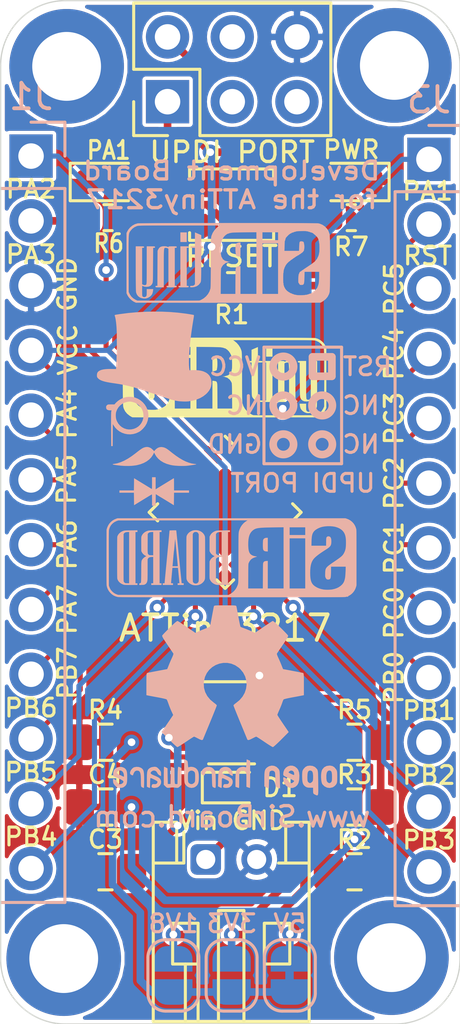
<source format=kicad_pcb>
(kicad_pcb (version 20171130) (host pcbnew "(5.1.2)-2")
  (layers (0 F.Cu signal hide) (31 B.Cu signal hide) (34 B.Paste user hide) (35 F.Paste user hide) (36 B.SilkS user hide) (37 F.SilkS user) (38 B.Mask user) (39 F.Mask user hide) (44 Edge.Cuts user))
  (net 0 "")
  (net 1 "Net-(PWR1-Pad2)")
  (net 2 VCC)
  (net 3 VIN)
  (net 4 GND)
  (net 5 RST)
  (net 6 "Net-(1V8-Pad2)")
  (net 7 "Net-(1V8-Pad1)")
  (net 8 "Net-(3V3-Pad2)")
  (net 9 "Net-(5V1-Pad1)")
  (net 10 "Net-(C3-Pad1)")
  (net 11 PA1)
  (net 12 PA7)
  (net 13 PA6)
  (net 14 PA2)
  (net 15 PA3)
  (net 16 "Net-(J4-Pad5)")
  (net 17 "Net-(J4-Pad4)")
  (net 18 "Net-(J4-Pad3)")
  (net 19 "Net-(PWR2-Pad2)")
  (net 20 PB2)
  (net 21 PB3)
  (net 22 PA5)
  (net 23 PA4)
  (net 24 PB1)
  (net 25 PB0)
  (net 26 PB4)
  (net 27 PB5)
  (net 28 PC0)
  (net 29 PC1)
  (net 30 PC2)
  (net 31 PC3)
  (net 32 PB6)
  (net 33 PB7)
  (net 34 PC4)
  (net 35 PC5)
  (module Symbol:OSHW-Logo2_9.8x8mm_SilkScreen (layer B.Cu) (at 81.28 106.426 180)
    (fp_text reference REF** hide)
    (fp_text value OSHW-Logo2_9.8x8mm_SilkScreen hide)
  )
  (module Resistor_SMD:R_0603_1608Metric (layer F.Cu) (at 76.6826 87.503)
    (fp_text reference R6 (at 0.0254 1.016 180) (layer F.SilkS) (effects (font (size 0.7 0.6) (thickness 0.12))))
    (fp_text value 1k)
    (pad 2 smd roundrect (at 0.7875 0) (size 0.875 0.95) (layers F.Cu F.Paste F.Mask) (net 19 "Net-(PWR2-Pad2)"))
    (pad 1 smd roundrect (at -0.7875 0) (size 0.875 0.95) (layers F.Cu F.Paste F.Mask) (net 15 PA3))
  )
  (module LED_SMD:LED_0603_1608Metric (layer F.Cu) (at 76.6826 86.106)
    (fp_text reference PA1 (at 0.0254 -1.2446) (layer F.SilkS) (effects (font (size 0.7 0.6) (thickness 0.12))))
    (fp_text value SFH460)
    (pad 1 smd roundrect (at -0.7875 0) (size 0.875 0.95) (layers F.Cu F.Paste F.Mask) (net 4 GND))
    (pad 2 smd roundrect (at 0.7875 0) (size 0.875 0.95) (layers F.Cu F.Paste F.Mask) (net 19 "Net-(PWR2-Pad2)"))
  )
  (module Package_TO_SOT_SMD:SOT-23-5 (layer F.Cu) (at 81.534 107.315)
    (fp_text reference U1 hide)
    (fp_text value AP2204K-ADJ)
    (pad 5 smd rect (at 1.1 -0.95) (size 1.06 0.65) (layers F.Cu F.Paste F.Mask) (net 2 VCC))
    (pad 4 smd rect (at 1.1 0.95) (size 1.06 0.65) (layers F.Cu F.Paste F.Mask) (net 7 "Net-(1V8-Pad1)"))
    (pad 3 smd rect (at -1.1 0.95) (size 1.06 0.65) (layers F.Cu F.Paste F.Mask) (net 10 "Net-(C3-Pad1)"))
    (pad 2 smd rect (at -1.1 0) (size 1.06 0.65) (layers F.Cu F.Paste F.Mask) (net 4 GND))
    (pad 1 smd rect (at -1.1 -0.95) (size 1.06 0.65) (layers F.Cu F.Paste F.Mask) (net 10 "Net-(C3-Pad1)"))
  )
  (module Button_Switch_SMD:SW_SPST_B3U-1000P (layer F.Cu) (at 81.534 86.995)
    (fp_text reference RESET (at 0 2.032 180) (layer F.SilkS) (effects (font (size 0.8 0.8) (thickness 0.13))))
    (fp_text value RST)
    (pad 2 smd rect (at 1.7 0) (size 0.9 1.7) (layers F.Cu F.Paste F.Mask) (net 4 GND))
    (pad 1 smd rect (at -1.7 0) (size 0.9 1.7) (layers F.Cu F.Paste F.Mask) (net 5 RST))
  )
  (module Resistor_SMD:R_0603_1608Metric (layer F.Cu) (at 86.233 87.503 180)
    (fp_text reference R7 (at 0 -1.143 180) (layer F.SilkS) (effects (font (size 0.7 0.7) (thickness 0.12))))
    (fp_text value 1k)
    (pad 2 smd roundrect (at 0.7875 0 180) (size 0.875 0.95) (layers F.Cu F.Paste F.Mask) (net 1 "Net-(PWR1-Pad2)"))
    (pad 1 smd roundrect (at -0.7875 0 180) (size 0.875 0.95) (layers F.Cu F.Paste F.Mask) (net 2 VCC))
  )
  (module Resistor_SMD:R_0805_2012Metric_Pad1.15x1.40mm_HandSolder (layer F.Cu) (at 86.36 108.077 180)
    (fp_text reference R5 (at 0 1.27 180) (layer F.SilkS) (effects (font (size 0.7 0.7) (thickness 0.12))))
    (fp_text value 220K)
    (pad 2 smd roundrect (at 1.025 0 180) (size 1.15 1.4) (layers F.Cu F.Paste F.Mask) (roundrect_rratio 0.217391) (net 6 "Net-(1V8-Pad2)"))
    (pad 1 smd roundrect (at -1.025 0 180) (size 1.15 1.4) (layers F.Cu F.Paste F.Mask) (roundrect_rratio 0.217391) (net 2 VCC))
  )
  (module Resistor_SMD:R_0805_2012Metric_Pad1.15x1.40mm_HandSolder (layer F.Cu) (at 76.581 108.077 180)
    (fp_text reference R4 (at 0 1.27) (layer F.SilkS) (effects (font (size 0.7 0.7) (thickness 0.12))))
    (fp_text value 100K)
    (pad 2 smd roundrect (at 1.025 0 180) (size 1.15 1.4) (layers F.Cu F.Paste F.Mask) (roundrect_rratio 0.217391) (net 4 GND))
    (pad 1 smd roundrect (at -1.025 0 180) (size 1.15 1.4) (layers F.Cu F.Paste F.Mask) (roundrect_rratio 0.217391) (net 7 "Net-(1V8-Pad1)"))
  )
  (module Resistor_SMD:R_0805_2012Metric_Pad1.15x1.40mm_HandSolder (layer F.Cu) (at 86.36 110.617 180)
    (fp_text reference R3 (at 0 1.27 180) (layer F.SilkS) (effects (font (size 0.7 0.7) (thickness 0.12))))
    (fp_text value 60K)
    (pad 2 smd roundrect (at 1.025 0 180) (size 1.15 1.4) (layers F.Cu F.Paste F.Mask) (roundrect_rratio 0.217391) (net 8 "Net-(3V3-Pad2)"))
    (pad 1 smd roundrect (at -1.025 0 180) (size 1.15 1.4) (layers F.Cu F.Paste F.Mask) (roundrect_rratio 0.217391) (net 2 VCC))
  )
  (module Resistor_SMD:R_0805_2012Metric_Pad1.15x1.40mm_HandSolder (layer F.Cu) (at 86.36 113.157 180)
    (fp_text reference R2 (at 0 1.27 180) (layer F.SilkS) (effects (font (size 0.7 0.7) (thickness 0.12))))
    (fp_text value 33K)
    (pad 2 smd roundrect (at 1.025 0 180) (size 1.15 1.4) (layers F.Cu F.Paste F.Mask) (roundrect_rratio 0.217391) (net 9 "Net-(5V1-Pad1)"))
    (pad 1 smd roundrect (at -1.025 0 180) (size 1.15 1.4) (layers F.Cu F.Paste F.Mask) (roundrect_rratio 0.217391) (net 2 VCC))
  )
  (module Resistor_SMD:R_0603_1608Metric (layer F.Cu) (at 81.534 90.17 180)
    (fp_text reference R1 (at 0 -1.143 180) (layer F.SilkS) (effects (font (size 0.7 0.7) (thickness 0.12))))
    (fp_text value 10k)
    (pad 2 smd roundrect (at 0.7875 0 180) (size 0.875 0.95) (layers F.Cu F.Paste F.Mask) (net 2 VCC))
    (pad 1 smd roundrect (at -0.7875 0 180) (size 0.875 0.95) (layers F.Cu F.Paste F.Mask) (net 5 RST))
  )
  (module LED_SMD:LED_0603_1608Metric (layer F.Cu) (at 86.233 86.106 180)
    (fp_text reference PWR (at 0 1.27 180) (layer F.SilkS) (effects (font (size 0.7 0.7) (thickness 0.12))))
    (fp_text value SFH460)
    (pad 2 smd roundrect (at 0.7875 0 180) (size 0.875 0.95) (layers F.Cu F.Paste F.Mask) (net 1 "Net-(PWR1-Pad2)"))
    (pad 1 smd roundrect (at -0.7875 0 180) (size 0.875 0.95) (layers F.Cu F.Paste F.Mask) (net 4 GND))
  )
  (module Diode_SMD:D_SOD-523 (layer F.Cu) (at 81.534 109.855)
    (fp_text reference D1 (at 1.905 0) (layer F.SilkS) (effects (font (size 0.7 0.7) (thickness 0.12))))
    (fp_text value 1N4148WT)
    (pad 1 smd rect (at -0.7 0 180) (size 0.6 0.7) (layers F.Cu F.Paste F.Mask) (net 10 "Net-(C3-Pad1)"))
    (pad 2 smd rect (at 0.7 0 180) (size 0.6 0.7) (layers F.Cu F.Paste F.Mask) (net 3 VIN))
  )
  (module Capacitor_SMD:C_0805_2012Metric_Pad1.15x1.40mm_HandSolder (layer F.Cu) (at 76.581 110.617 180)
    (fp_text reference C4 (at 0 1.27) (layer F.SilkS) (effects (font (size 0.7 0.7) (thickness 0.12))))
    (fp_text value 1uF)
    (pad 2 smd roundrect (at 1.025 0 180) (size 1.15 1.4) (layers F.Cu F.Paste F.Mask) (roundrect_rratio 0.217391) (net 4 GND))
    (pad 1 smd roundrect (at -1.025 0 180) (size 1.15 1.4) (layers F.Cu F.Paste F.Mask) (roundrect_rratio 0.217391) (net 2 VCC))
  )
  (module Capacitor_SMD:C_0805_2012Metric_Pad1.15x1.40mm_HandSolder (layer F.Cu) (at 76.581 113.157 180)
    (fp_text reference C3 (at 0 1.27) (layer F.SilkS) (effects (font (size 0.7 0.7) (thickness 0.12))))
    (fp_text value 2.2uF)
    (pad 2 smd roundrect (at 1.025 0 180) (size 1.15 1.4) (layers F.Cu F.Paste F.Mask) (roundrect_rratio 0.217391) (net 4 GND))
    (pad 1 smd roundrect (at -1.025 0 180) (size 1.15 1.4) (layers F.Cu F.Paste F.Mask) (roundrect_rratio 0.217391) (net 10 "Net-(C3-Pad1)"))
  )
  (module Package_DFN_QFN:QFN-24-1EP_4x4mm_P0.5mm_EP2.6x2.6mm (layer F.Cu) (at 81.28 99.06 315)
    (fp_text reference U2 hide)
    (fp_text value ATtiny3217-M)
    (pad 24 smd roundrect (at -1.25 -1.9375 315) (size 0.25 0.825) (layers F.Cu F.Paste F.Mask) (net 11 PA1))
    (pad 23 smd roundrect (at -0.75 -1.9375 315) (size 0.25 0.825) (layers F.Cu F.Paste F.Mask) (net 5 RST))
    (pad 22 smd roundrect (at -0.25 -1.9375 315) (size 0.25 0.825) (layers F.Cu F.Paste F.Mask) (net 35 PC5))
    (pad 21 smd roundrect (at 0.25 -1.9375 315) (size 0.25 0.825) (layers F.Cu F.Paste F.Mask) (net 34 PC4))
    (pad 20 smd roundrect (at 0.75 -1.9375 315) (size 0.25 0.825) (layers F.Cu F.Paste F.Mask) (net 31 PC3))
    (pad 19 smd roundrect (at 1.25 -1.9375 315) (size 0.25 0.825) (layers F.Cu F.Paste F.Mask) (net 30 PC2))
    (pad 18 smd roundrect (at 1.9375 -1.25 315) (size 0.825 0.25) (layers F.Cu F.Paste F.Mask) (net 29 PC1))
    (pad 17 smd roundrect (at 1.9375 -0.75 315) (size 0.825 0.25) (layers F.Cu F.Paste F.Mask) (net 28 PC0))
    (pad 16 smd roundrect (at 1.9375 -0.25 315) (size 0.825 0.25) (layers F.Cu F.Paste F.Mask) (net 25 PB0))
    (pad 15 smd roundrect (at 1.9375 0.25 315) (size 0.825 0.25) (layers F.Cu F.Paste F.Mask) (net 24 PB1))
    (pad 14 smd roundrect (at 1.9375 0.75 315) (size 0.825 0.25) (layers F.Cu F.Paste F.Mask) (net 20 PB2))
    (pad 13 smd roundrect (at 1.9375 1.25 315) (size 0.825 0.25) (layers F.Cu F.Paste F.Mask) (net 21 PB3))
    (pad 12 smd roundrect (at 1.25 1.9375 315) (size 0.25 0.825) (layers F.Cu F.Paste F.Mask) (net 26 PB4))
    (pad 11 smd roundrect (at 0.75 1.9375 315) (size 0.25 0.825) (layers F.Cu F.Paste F.Mask) (net 27 PB5))
    (pad 10 smd roundrect (at 0.25 1.9375 315) (size 0.25 0.825) (layers F.Cu F.Paste F.Mask) (net 32 PB6))
    (pad 9 smd roundrect (at -0.25 1.9375 315) (size 0.25 0.825) (layers F.Cu F.Paste F.Mask) (net 33 PB7))
    (pad 8 smd roundrect (at -0.75 1.9375 315) (size 0.25 0.825) (layers F.Cu F.Paste F.Mask) (net 12 PA7))
    (pad 7 smd roundrect (at -1.25 1.9375 315) (size 0.25 0.825) (layers F.Cu F.Paste F.Mask) (net 13 PA6))
    (pad 6 smd roundrect (at -1.9375 1.25 315) (size 0.825 0.25) (layers F.Cu F.Paste F.Mask) (net 22 PA5))
    (pad 5 smd roundrect (at -1.9375 0.75 315) (size 0.825 0.25) (layers F.Cu F.Paste F.Mask) (net 23 PA4))
    (pad 4 smd roundrect (at -1.9375 0.25 315) (size 0.825 0.25) (layers F.Cu F.Paste F.Mask) (net 2 VCC))
    (pad 3 smd roundrect (at -1.9375 -0.25 315) (size 0.825 0.25) (layers F.Cu F.Paste F.Mask) (net 4 GND))
    (pad 2 smd roundrect (at -1.9375 -0.75 315) (size 0.825 0.25) (layers F.Cu F.Paste F.Mask) (net 15 PA3))
    (pad 1 smd roundrect (at -1.9375 -1.25 315) (size 0.825 0.25) (layers F.Cu F.Paste F.Mask) (net 14 PA2))
    (pad 25 smd roundrect (at 0 0 315) (size 2.6 2.6) (layers F.Cu F.Mask) (roundrect_rratio 0.096154) (net 4 GND))
  )
  (module Connector_PinHeader_2.54mm:PinHeader_1x12_P2.54mm_Vertical (layer B.Cu) (at 89.281 85.217 180)
    (fp_text reference J3 (at 0 2.33) (layer B.SilkS) (effects (justify mirror)))
    (fp_text value Conn_01x12)
    (pad 12 thru_hole oval (at 0 -27.94 180) (size 1.7 1.7) (drill 1) (layers *.Cu *.Mask) (net 21 PB3))
    (pad 11 thru_hole oval (at 0 -25.4 180) (size 1.7 1.7) (drill 1) (layers *.Cu *.Mask) (net 20 PB2))
    (pad 10 thru_hole oval (at 0 -22.86 180) (size 1.7 1.7) (drill 1) (layers *.Cu *.Mask) (net 24 PB1))
    (pad 9 thru_hole oval (at 0 -20.32 180) (size 1.7 1.7) (drill 1) (layers *.Cu *.Mask) (net 25 PB0))
    (pad 8 thru_hole oval (at 0 -17.78 180) (size 1.7 1.7) (drill 1) (layers *.Cu *.Mask) (net 28 PC0))
    (pad 7 thru_hole oval (at 0 -15.24 180) (size 1.7 1.7) (drill 1) (layers *.Cu *.Mask) (net 29 PC1))
    (pad 6 thru_hole oval (at 0 -12.7 180) (size 1.7 1.7) (drill 1) (layers *.Cu *.Mask) (net 30 PC2))
    (pad 5 thru_hole oval (at 0 -10.16 180) (size 1.7 1.7) (drill 1) (layers *.Cu *.Mask) (net 31 PC3))
    (pad 4 thru_hole oval (at 0 -7.62 180) (size 1.7 1.7) (drill 1) (layers *.Cu *.Mask) (net 34 PC4))
    (pad 3 thru_hole oval (at 0 -5.08 180) (size 1.7 1.7) (drill 1) (layers *.Cu *.Mask) (net 35 PC5))
    (pad 2 thru_hole oval (at 0 -2.54 180) (size 1.7 1.7) (drill 1) (layers *.Cu *.Mask) (net 5 RST))
    (pad 1 thru_hole rect (at 0 0 180) (size 1.7 1.7) (drill 1) (layers *.Cu *.Mask) (net 11 PA1))
  )
  (module Connector_PinHeader_2.54mm:PinHeader_1x12_P2.54mm_Vertical (layer B.Cu) (at 73.66 85.09 180)
    (fp_text reference J1 (at 0 2.33) (layer B.SilkS) (effects (justify mirror)))
    (fp_text value Conn_01x12)
    (pad 12 thru_hole oval (at 0 -27.94 180) (size 1.7 1.7) (drill 1) (layers *.Cu *.Mask) (net 26 PB4))
    (pad 11 thru_hole oval (at 0 -25.4 180) (size 1.7 1.7) (drill 1) (layers *.Cu *.Mask) (net 27 PB5))
    (pad 10 thru_hole oval (at 0 -22.86 180) (size 1.7 1.7) (drill 1) (layers *.Cu *.Mask) (net 32 PB6))
    (pad 9 thru_hole oval (at 0 -20.32 180) (size 1.7 1.7) (drill 1) (layers *.Cu *.Mask) (net 33 PB7))
    (pad 8 thru_hole oval (at 0 -17.78 180) (size 1.7 1.7) (drill 1) (layers *.Cu *.Mask) (net 12 PA7))
    (pad 7 thru_hole oval (at 0 -15.24 180) (size 1.7 1.7) (drill 1) (layers *.Cu *.Mask) (net 13 PA6))
    (pad 6 thru_hole oval (at 0 -12.7 180) (size 1.7 1.7) (drill 1) (layers *.Cu *.Mask) (net 22 PA5))
    (pad 5 thru_hole oval (at 0 -10.16 180) (size 1.7 1.7) (drill 1) (layers *.Cu *.Mask) (net 23 PA4))
    (pad 4 thru_hole oval (at 0 -7.62 180) (size 1.7 1.7) (drill 1) (layers *.Cu *.Mask) (net 2 VCC))
    (pad 3 thru_hole oval (at 0 -5.08 180) (size 1.7 1.7) (drill 1) (layers *.Cu *.Mask) (net 4 GND))
    (pad 2 thru_hole oval (at 0 -2.54 180) (size 1.7 1.7) (drill 1) (layers *.Cu *.Mask) (net 15 PA3))
    (pad 1 thru_hole rect (at 0 0 180) (size 1.7 1.7) (drill 1) (layers *.Cu *.Mask) (net 14 PA2))
  )
  (module logo:SirTiny80X31 (layer B.Cu) (at 81.407 89.281 180)
    (fp_text reference G*** hide)
    (fp_text value LOGO hide)
  )
  (module logo:SirTiny80X31 (layer F.Cu) (at 81.2546 93.7768)
    (fp_text reference G*** hide)
    (fp_text value LOGO hide)
  )
  (module logo:logo76x107 (layer B.Cu) (at 78.486 94.996 180)
    (fp_text reference G*** hide)
    (fp_text value LOGO hide)
  )
  (module MountingHole:MountingHole_2.7mm_M2.5_ISO7380_Pad (layer F.Cu) (at 87.8078 116.5225)
    (fp_text reference REF** hide)
    (fp_text value MountingHole_2.7mm_M2.5_ISO7380_Pad)
    (pad 1 thru_hole circle (at 0 0) (size 4.5 4.5) (drill 2.7) (layers *.Cu *.Mask))
  )
  (module MountingHole:MountingHole_2.7mm_M2.5_ISO7380_Pad (layer F.Cu) (at 74.9427 116.5606)
    (fp_text reference REF** hide)
    (fp_text value MountingHole_2.7mm_M2.5_ISO7380_Pad)
    (pad 1 thru_hole circle (at 0 0) (size 4.5 4.5) (drill 2.7) (layers *.Cu *.Mask))
  )
  (module Jumper:SolderJumper-2_P1.3mm_Bridged_RoundedPad1.0x1.5mm (layer B.Cu) (at 83.82 117.221 270)
    (fp_text reference 5V (at -2.032 0) (layer B.SilkS) (effects (font (size 0.7 0.7) (thickness 0.12)) (justify mirror)))
    (fp_text value SolderJumper_2_Bridged)
    (fp_poly (pts (xy 0.25 0.1778) (xy -0.25 0.1778) (xy -0.25 -0.1524) (xy 0.25 -0.1524)) (layer B.Cu) (width 0))
    (pad 1 smd custom (at -0.65 0 270) (size 1 0.5) (layers B.Cu B.Mask) (net 9 "Net-(5V1-Pad1)") (options (clearance outline) (anchor rect)) (primitives (gr_circle (center 0 -0.25) (end 0.5 -0.25) (width 0)) (gr_circle (center 0 0.25) (end 0.5 0.25) (width 0)) (gr_poly (pts (xy 0 0.75) (xy 0.5 0.75) (xy 0.5 -0.75) (xy 0 -0.75)) (width 0))))
    (pad 2 smd custom (at 0.65 0 270) (size 1 0.5) (layers B.Cu B.Mask) (net 7 "Net-(1V8-Pad1)") (options (clearance outline) (anchor rect)) (primitives (gr_circle (center 0 -0.25) (end 0.5 -0.25) (width 0)) (gr_circle (center 0 0.25) (end 0.5 0.25) (width 0)) (gr_poly (pts (xy 0 0.75) (xy -0.5 0.75) (xy -0.5 -0.75) (xy 0 -0.75)) (width 0))))
  )
  (module Connector_PinHeader_2.54mm:PinHeader_2x03_P2.54mm_Vertical (layer F.Cu) (at 79.0194 82.9564 90)
    (fp_text reference "UPDI PORT" (at -1.9812 2.54 180) (layer F.SilkS) (effects (font (size 0.8 0.8) (thickness 0.13))))
    (fp_text value ISP6)
    (pad 6 thru_hole oval (at 2.54 5.08 90) (size 1.7 1.7) (drill 1) (layers *.Cu *.Mask) (net 4 GND))
    (pad 5 thru_hole oval (at 0 5.08 90) (size 1.7 1.7) (drill 1) (layers *.Cu *.Mask) (net 16 "Net-(J4-Pad5)"))
    (pad 4 thru_hole oval (at 2.54 2.54 90) (size 1.7 1.7) (drill 1) (layers *.Cu *.Mask) (net 17 "Net-(J4-Pad4)"))
    (pad 3 thru_hole oval (at 0 2.54 90) (size 1.7 1.7) (drill 1) (layers *.Cu *.Mask) (net 18 "Net-(J4-Pad3)"))
    (pad 2 thru_hole oval (at 2.54 0 90) (size 1.7 1.7) (drill 1) (layers *.Cu *.Mask) (net 2 VCC))
    (pad 1 thru_hole rect (at 0 0 90) (size 1.7 1.7) (drill 1) (layers *.Cu *.Mask) (net 5 RST))
  )
  (module Connector_JST:JST_PH_S2B-PH-K_1x02_P2.00mm_Horizontal (layer F.Cu) (at 80.518 112.6744)
    (fp_text reference "Vin GND" (at 1.0414 -1.524) (layer F.SilkS) (effects (font (size 0.7 0.7) (thickness 0.12))))
    (fp_text value Conn_01x02)
    (pad 2 thru_hole circle (at 2 0) (size 1.2 1.2) (drill 0.75) (layers *.Cu *.Mask) (net 4 GND))
    (pad 1 thru_hole roundrect (at 0 0) (size 1.2 1.2) (drill 0.75) (layers *.Cu *.Mask) (roundrect_rratio 0.208) (net 3 VIN))
  )
  (module MountingHole:MountingHole_2.7mm_M2.5_ISO7380_Pad (layer F.Cu) (at 75.057 81.5721)
    (fp_text reference REF** hide)
    (fp_text value MountingHole_2.7mm_M2.5_ISO7380_Pad)
    (pad 1 thru_hole circle (at 0 0) (size 4.5 4.5) (drill 2.7) (layers *.Cu *.Mask))
  )
  (module MountingHole:MountingHole_2.7mm_M2.5_ISO7380_Pad (layer F.Cu) (at 87.9221 81.534)
    (fp_text reference REF** hide)
    (fp_text value MountingHole_2.7mm_M2.5_ISO7380_Pad)
    (pad 1 thru_hole circle (at 0 0) (size 4.5 4.5) (drill 2.7) (layers *.Cu *.Mask))
  )
  (module Jumper:SolderJumper-2_P1.3mm_Open_RoundedPad1.0x1.5mm (layer B.Cu) (at 81.534 117.221 90)
    (fp_text reference 3V3 (at 2.032 0 180) (layer B.SilkS) (effects (font (size 0.7 0.7) (thickness 0.12)) (justify mirror)))
    (fp_text value SolderJumper_2_Open)
    (pad 2 smd custom (at 0.65 0 90) (size 1 0.5) (layers B.Cu B.Mask) (net 8 "Net-(3V3-Pad2)") (options (clearance outline) (anchor rect)) (primitives (gr_circle (center 0 -0.25) (end 0.5 -0.25) (width 0)) (gr_circle (center 0 0.25) (end 0.5 0.25) (width 0)) (gr_poly (pts (xy 0 0.75) (xy -0.5 0.75) (xy -0.5 -0.75) (xy 0 -0.75)) (width 0))))
    (pad 1 smd custom (at -0.65 0 90) (size 1 0.5) (layers B.Cu B.Mask) (net 7 "Net-(1V8-Pad1)") (options (clearance outline) (anchor rect)) (primitives (gr_circle (center 0 -0.25) (end 0.5 -0.25) (width 0)) (gr_circle (center 0 0.25) (end 0.5 0.25) (width 0)) (gr_poly (pts (xy 0 0.75) (xy 0.5 0.75) (xy 0.5 -0.75) (xy 0 -0.75)) (width 0))))
  )
  (module Jumper:SolderJumper-2_P1.3mm_Open_RoundedPad1.0x1.5mm (layer B.Cu) (at 79.248 117.221 90)
    (fp_text reference 1V8 (at 2.032 0 180) (layer B.SilkS) (effects (font (size 0.7 0.7) (thickness 0.12)) (justify mirror)))
    (fp_text value SolderJumper_2_Open)
    (pad 2 smd custom (at 0.65 0 90) (size 1 0.5) (layers B.Cu B.Mask) (net 6 "Net-(1V8-Pad2)") (options (clearance outline) (anchor rect)) (primitives (gr_circle (center 0 -0.25) (end 0.5 -0.25) (width 0)) (gr_circle (center 0 0.25) (end 0.5 0.25) (width 0)) (gr_poly (pts (xy 0 0.75) (xy -0.5 0.75) (xy -0.5 -0.75) (xy 0 -0.75)) (width 0))))
    (pad 1 smd custom (at -0.65 0 90) (size 1 0.5) (layers B.Cu B.Mask) (net 7 "Net-(1V8-Pad1)") (options (clearance outline) (anchor rect)) (primitives (gr_circle (center 0 -0.25) (end 0.5 -0.25) (width 0)) (gr_circle (center 0 0.25) (end 0.5 0.25) (width 0)) (gr_poly (pts (xy 0 0.75) (xy 0.5 0.75) (xy 0.5 -0.75) (xy 0 -0.75)) (width 0))))
  )
  (module logo:SirBoard98x31 (layer B.Cu) (at 81.534 100.838 180)
    (fp_text reference G*** hide)
    (fp_text value LOGO hide)
  )
  (gr_text PC5 (at 87.9094 90.297 90) (layer F.SilkS) (effects (font (size 0.7 0.7) (thickness 0.12))))
  (gr_text PC4 (at 87.9094 92.837 90) (layer F.SilkS) (effects (font (size 0.7 0.7) (thickness 0.12))))
  (gr_text PB7 (at 75.0824 105.3592 90) (layer F.SilkS) (effects (font (size 0.7 0.7) (thickness 0.12))))
  (gr_text PB6 (at 73.66 106.7308) (layer F.SilkS) (effects (font (size 0.7 0.7) (thickness 0.12))))
  (gr_text PB3 (at 89.281 111.9124) (layer F.SilkS) (effects (font (size 0.7 0.7) (thickness 0.12))))
  (gr_text PB2 (at 89.281 109.3724) (layer F.SilkS) (effects (font (size 0.7 0.7) (thickness 0.12))))
  (gr_text PB1 (at 89.281 106.8324) (layer F.SilkS) (effects (font (size 0.7 0.7) (thickness 0.12))))
  (gr_text PB0 (at 87.9094 105.537 90) (layer F.SilkS) (effects (font (size 0.7 0.7) (thickness 0.12))))
  (gr_text PC0 (at 87.9094 102.997 90) (layer F.SilkS) (effects (font (size 0.7 0.7) (thickness 0.12))))
  (gr_text PC1 (at 87.9094 100.457 90) (layer F.SilkS) (effects (font (size 0.7 0.7) (thickness 0.12))))
  (gr_text RST (at 89.2302 89.0016) (layer F.SilkS) (effects (font (size 0.7 0.7) (thickness 0.12))))
  (gr_text PB4 (at 73.66 111.7854) (layer F.SilkS) (effects (font (size 0.7 0.7) (thickness 0.12))))
  (gr_text PB5 (at 73.66 109.2454) (layer F.SilkS) (effects (font (size 0.7 0.7) (thickness 0.12))))
  (gr_text PA7 (at 75.0824 102.87 90) (layer F.SilkS) (effects (font (size 0.7 0.7) (thickness 0.12))))
  (gr_text PA6 (at 75.0824 100.33 90) (layer F.SilkS) (effects (font (size 0.7 0.7) (thickness 0.12))))
  (gr_text VCC (at 75.1078 92.6846 90) (layer F.SilkS) (effects (font (size 0.7 0.7) (thickness 0.12))))
  (gr_text PA3 (at 73.66 88.9508) (layer F.SilkS) (effects (font (size 0.7 0.7) (thickness 0.12))))
  (gr_text ATTiny3217 (at 81.28 103.6066) (layer F.SilkS) (effects (font (size 1 1))))
  (gr_line (start 84.709 93.726) (end 84.709 92.964) (layer B.SilkS) (width 0.3))
  (gr_line (start 85.471 93.726) (end 84.709 93.726) (layer B.SilkS) (width 0.3))
  (gr_line (start 85.471 92.964) (end 85.471 93.726) (layer B.SilkS) (width 0.3))
  (gr_line (start 84.709 92.964) (end 85.471 92.964) (layer B.SilkS) (width 0.3))
  (gr_line (start 85.852 97.155) (end 82.804 97.155) (layer B.SilkS) (width 0.12))
  (gr_line (start 82.804 97.155) (end 82.804 92.583) (layer B.SilkS) (width 0.12))
  (gr_line (start 82.804 92.583) (end 85.852 92.583) (layer B.SilkS) (width 0.12))
  (gr_line (start 85.852 92.583) (end 85.852 97.155) (layer B.SilkS) (width 0.12))
  (gr_text "UPDI PORT" (at 84.328 97.917) (layer B.SilkS) (effects (font (size 0.7 0.7) (thickness 0.12)) (justify mirror)))
  (gr_text NC (at 86.614 94.869) (layer B.SilkS) (effects (font (size 0.7 0.7) (thickness 0.12)) (justify mirror)))
  (gr_text RST (at 86.868 93.345) (layer B.SilkS) (effects (font (size 0.7 0.7) (thickness 0.12)) (justify mirror)))
  (gr_text NC (at 86.614 96.393) (layer B.SilkS) (effects (font (size 0.7 0.7) (thickness 0.12)) (justify mirror)))
  (gr_text NC (at 82.042 94.869) (layer B.SilkS) (effects (font (size 0.7 0.7) (thickness 0.12)) (justify mirror)))
  (gr_text GND (at 81.661 96.393) (layer B.SilkS) (effects (font (size 0.7 0.7) (thickness 0.12)) (justify mirror)))
  (gr_text VCC (at 81.661 93.345) (layer B.SilkS) (effects (font (size 0.7 0.7) (thickness 0.12)) (justify mirror)))
  (gr_circle (center 85.09 94.869) (end 85.491609 94.869) (layer B.SilkS) (width 0.3))
  (gr_circle (center 83.566 96.393) (end 83.967609 96.393) (layer B.SilkS) (width 0.3))
  (gr_circle (center 83.566 94.869) (end 83.967609 94.869) (layer B.SilkS) (width 0.3))
  (gr_circle (center 85.09 96.393) (end 85.491609 96.393) (layer B.SilkS) (width 0.3))
  (gr_circle (center 83.566 93.345) (end 83.967609 93.345) (layer B.SilkS) (width 0.3))
  (gr_line (start 72.4662 81.534) (end 72.4662 116.586) (layer Edge.Cuts) (width 0.05))
  (gr_line (start 90.5002 81.534) (end 90.5002 116.586) (layer Edge.Cuts) (width 0.05))
  (gr_text "Development Board\nfor the ATTiny3217" (at 81.534 86.233) (layer B.SilkS) (effects (font (size 0.7 0.8) (thickness 0.13)) (justify mirror)))
  (gr_text www.SirBoard.com (at 81.5467 110.998) (layer B.SilkS) (effects (font (size 0.8 0.8) (thickness 0.13)) (justify mirror)))
  (gr_text PC2 (at 87.9094 97.917 90) (layer F.SilkS) (effects (font (size 0.7 0.7) (thickness 0.12))))
  (gr_text PA2 (at 73.66 86.3854) (layer F.SilkS) (effects (font (size 0.7 0.7) (thickness 0.12))))
  (gr_text PA4 (at 75.0824 95.1992 90) (layer F.SilkS) (effects (font (size 0.7 0.7) (thickness 0.12))))
  (gr_text PA1 (at 89.2302 86.4616) (layer F.SilkS) (effects (font (size 0.7 0.7) (thickness 0.12))))
  (gr_text PA5 (at 75.057 97.7646 90) (layer F.SilkS) (effects (font (size 0.7 0.7) (thickness 0.12))))
  (gr_text PC3 (at 87.9094 95.377 90) (layer F.SilkS) (effects (font (size 0.7 0.7) (thickness 0.12))))
  (gr_text GND (at 75.0824 90.1192 90) (layer F.SilkS) (effects (font (size 0.7 0.7) (thickness 0.12))))
  (gr_line (start 87.9602 78.994) (end 75.0062 78.994) (layer Edge.Cuts) (width 0.05))
  (gr_arc (start 87.9602 116.586) (end 87.9602 119.126) (angle -90) (layer Edge.Cuts) (width 0.05))
  (gr_line (start 75.0062 119.126) (end 87.9602 119.126) (layer Edge.Cuts) (width 0.05))
  (gr_arc (start 75.0062 116.586) (end 72.4662 116.586) (angle -90) (layer Edge.Cuts) (width 0.05))
  (gr_arc (start 75.0062 81.534) (end 75.0062 78.994) (angle -90) (layer Edge.Cuts) (width 0.05))
  (gr_arc (start 87.9602 81.534) (end 90.5002 81.534) (angle -90) (layer Edge.Cuts) (width 0.05))
  (segment (start 85.4455 87.503) (end 85.4455 86.106) (width 0.3) (layer F.Cu) (net 1))
  (segment (start 87.385 107.451) (end 87.385 108.077) (width 0.3) (layer F.Cu) (net 2))
  (segment (start 82.634 106.365) (end 86.299 106.365) (width 0.3) (layer F.Cu) (net 2))
  (segment (start 86.299 106.365) (end 87.385 107.451) (width 0.3) (layer F.Cu) (net 2))
  (via (at 86.36 111.887) (size 0.6) (drill 0.3) (layers F.Cu B.Cu) (net 2))
  (segment (start 86.369 111.878) (end 86.36 111.887) (width 0.3) (layer F.Cu) (net 2))
  (segment (start 87.385 111.878) (end 86.369 111.878) (width 0.3) (layer F.Cu) (net 2))
  (segment (start 87.385 108.077) (end 87.385 111.878) (width 0.3) (layer F.Cu) (net 2))
  (segment (start 87.385 111.878) (end 87.385 113.157) (width 0.3) (layer F.Cu) (net 2))
  (segment (start 86.36 111.887) (end 83.9724 114.2746) (width 0.3) (layer B.Cu) (net 2))
  (segment (start 83.9724 114.2746) (end 78.9178 114.2746) (width 0.3) (layer B.Cu) (net 2))
  (via (at 77.606 110.617) (size 0.6) (drill 0.3) (layers F.Cu B.Cu) (net 2))
  (segment (start 78.9178 114.2746) (end 77.606 112.9628) (width 0.3) (layer B.Cu) (net 2))
  (segment (start 77.606 112.9628) (end 77.606 110.617) (width 0.3) (layer B.Cu) (net 2))
  (segment (start 75.0316 94.0816) (end 73.66 92.71) (width 0.2) (layer F.Cu) (net 2))
  (segment (start 75.0316 95.5294) (end 75.0316 94.0816) (width 0.2) (layer F.Cu) (net 2))
  (segment (start 76.2762 96.774) (end 75.0316 95.5294) (width 0.2) (layer F.Cu) (net 2))
  (segment (start 79.733204 97.866757) (end 78.640447 96.774) (width 0.2) (layer F.Cu) (net 2))
  (segment (start 78.640447 96.774) (end 76.2762 96.774) (width 0.2) (layer F.Cu) (net 2))
  (segment (start 86.995 87.503) (end 87.0205 87.503) (width 0.3) (layer F.Cu) (net 2))
  (segment (start 79.0194 80.4164) (end 80.2894 81.6864) (width 0.3) (layer F.Cu) (net 2))
  (segment (start 80.2894 81.6864) (end 80.2894 84.5312) (width 0.3) (layer F.Cu) (net 2))
  (segment (start 80.2894 84.5312) (end 80.6958 84.9376) (width 0.3) (layer F.Cu) (net 2))
  (segment (start 86.233 86.741) (end 86.995 87.503) (width 0.3) (layer F.Cu) (net 2))
  (segment (start 80.6958 84.9376) (end 85.8012 84.9376) (width 0.3) (layer F.Cu) (net 2))
  (segment (start 85.8012 84.9376) (end 86.233 85.3694) (width 0.3) (layer F.Cu) (net 2))
  (segment (start 86.233 85.3694) (end 86.233 86.741) (width 0.3) (layer F.Cu) (net 2))
  (via (at 80.7466 88.646) (size 0.6) (drill 0.3) (layers F.Cu B.Cu) (net 2))
  (segment (start 80.7465 90.17) (end 80.7465 88.6461) (width 0.3) (layer F.Cu) (net 2))
  (segment (start 80.7465 88.6461) (end 80.7466 88.646) (width 0.3) (layer F.Cu) (net 2))
  (via (at 80.6958 84.9376) (size 0.6) (drill 0.3) (layers F.Cu B.Cu) (net 2))
  (segment (start 80.7466 88.646) (end 80.7466 84.9884) (width 0.3) (layer B.Cu) (net 2))
  (segment (start 80.7466 84.9884) (end 80.6958 84.9376) (width 0.3) (layer B.Cu) (net 2))
  (segment (start 76.6826 92.71) (end 80.7466 88.646) (width 0.2) (layer B.Cu) (net 2))
  (segment (start 73.66 92.71) (end 76.6826 92.71) (width 0.2) (layer B.Cu) (net 2))
  (segment (start 76.6826 92.71) (end 81.28 97.3074) (width 0.2) (layer B.Cu) (net 2))
  (via (at 82.6262 105.4608) (size 0.6) (drill 0.3) (layers F.Cu B.Cu) (net 2))
  (segment (start 81.28 97.3074) (end 81.28 104.1146) (width 0.2) (layer B.Cu) (net 2))
  (segment (start 81.28 104.1146) (end 82.6262 105.4608) (width 0.2) (layer B.Cu) (net 2))
  (segment (start 82.6262 106.3572) (end 82.634 106.365) (width 0.2) (layer F.Cu) (net 2))
  (segment (start 82.6262 105.4608) (end 82.6262 106.3572) (width 0.2) (layer F.Cu) (net 2))
  (segment (start 82.234 110.9584) (end 82.234 109.855) (width 0.3) (layer F.Cu) (net 3))
  (segment (start 80.518 112.6744) (end 82.234 110.9584) (width 0.3) (layer F.Cu) (net 3))
  (segment (start 81.28 98.706447) (end 81.28 99.06) (width 0.2) (layer F.Cu) (net 4))
  (segment (start 80.086757 97.513204) (end 81.28 98.706447) (width 0.2) (layer F.Cu) (net 4))
  (segment (start 79.0194 82.9564) (end 79.0194 84.6074) (width 0.3) (layer F.Cu) (net 5))
  (segment (start 79.834 85.422) (end 79.834 86.995) (width 0.3) (layer F.Cu) (net 5))
  (segment (start 79.0194 84.6074) (end 79.834 85.422) (width 0.3) (layer F.Cu) (net 5))
  (segment (start 86.9188 90.1192) (end 89.281 87.757) (width 0.2) (layer F.Cu) (net 5))
  (segment (start 86.9188 94.9198) (end 86.9188 90.1192) (width 0.2) (layer F.Cu) (net 5))
  (segment (start 86.0552 95.7834) (end 86.9188 94.9198) (width 0.2) (layer F.Cu) (net 5))
  (segment (start 82.119689 97.159651) (end 83.49594 95.7834) (width 0.2) (layer F.Cu) (net 5))
  (segment (start 83.49594 95.7834) (end 86.0552 95.7834) (width 0.2) (layer F.Cu) (net 5))
  (segment (start 86.868 90.17) (end 86.9188 90.1192) (width 0.3) (layer F.Cu) (net 5))
  (segment (start 82.3215 90.17) (end 86.868 90.17) (width 0.3) (layer F.Cu) (net 5))
  (segment (start 80.584 86.995) (end 79.834 86.995) (width 0.3) (layer F.Cu) (net 5))
  (segment (start 82.3215 88.7325) (end 80.584 86.995) (width 0.3) (layer F.Cu) (net 5))
  (segment (start 82.3215 90.17) (end 82.3215 88.7325) (width 0.3) (layer F.Cu) (net 5))
  (segment (start 85.335 108.077) (end 83.7184 109.6936) (width 0.3) (layer F.Cu) (net 6))
  (segment (start 83.7184 109.6936) (end 83.7184 113.5634) (width 0.3) (layer F.Cu) (net 6))
  (segment (start 83.7184 113.5634) (end 82.4738 114.808) (width 0.3) (layer F.Cu) (net 6))
  (segment (start 82.4738 114.808) (end 81.153 114.808) (width 0.3) (layer F.Cu) (net 6))
  (via (at 79.248 115.6208) (size 0.6) (drill 0.3) (layers F.Cu B.Cu) (net 6))
  (segment (start 81.153 114.808) (end 80.3402 115.6208) (width 0.3) (layer F.Cu) (net 6))
  (segment (start 80.3402 115.6208) (end 79.248 115.6208) (width 0.3) (layer F.Cu) (net 6))
  (segment (start 79.248 115.6208) (end 79.248 116.571) (width 0.3) (layer B.Cu) (net 6))
  (segment (start 82.3112 108.265) (end 82.634 108.265) (width 0.3) (layer F.Cu) (net 7))
  (segment (start 81.534 109.0422) (end 82.3112 108.265) (width 0.3) (layer F.Cu) (net 7))
  (segment (start 77.606 108.077) (end 78.5712 109.0422) (width 0.3) (layer F.Cu) (net 7))
  (segment (start 78.5712 109.0422) (end 81.534 109.0422) (width 0.3) (layer F.Cu) (net 7))
  (segment (start 79.248 117.871) (end 83.82 117.871) (width 0.3) (layer B.Cu) (net 7))
  (segment (start 78.400408 117.871) (end 77.9526 117.423192) (width 0.3) (layer B.Cu) (net 7))
  (segment (start 79.248 117.871) (end 78.400408 117.871) (width 0.3) (layer B.Cu) (net 7))
  (segment (start 77.9526 117.423192) (end 77.9526 114.7572) (width 0.3) (layer B.Cu) (net 7))
  (segment (start 77.9526 114.7572) (end 76.8604 113.665) (width 0.3) (layer B.Cu) (net 7))
  (via (at 77.606 108.077) (size 0.6) (drill 0.3) (layers F.Cu B.Cu) (net 7))
  (segment (start 76.8604 113.665) (end 76.8604 108.8226) (width 0.3) (layer B.Cu) (net 7))
  (segment (start 76.8604 108.8226) (end 77.606 108.077) (width 0.3) (layer B.Cu) (net 7))
  (segment (start 85.335 110.617) (end 84.3788 111.5732) (width 0.3) (layer F.Cu) (net 8))
  (segment (start 84.3788 111.5732) (end 84.3788 113.8428) (width 0.3) (layer F.Cu) (net 8))
  (via (at 81.534 115.6208) (size 0.6) (drill 0.3) (layers F.Cu B.Cu) (net 8))
  (segment (start 84.3788 113.8428) (end 82.6008 115.6208) (width 0.3) (layer F.Cu) (net 8))
  (segment (start 82.6008 115.6208) (end 81.534 115.6208) (width 0.3) (layer F.Cu) (net 8))
  (segment (start 81.534 115.6208) (end 81.534 116.571) (width 0.3) (layer B.Cu) (net 8))
  (via (at 83.82 115.5954) (size 0.6) (drill 0.3) (layers F.Cu B.Cu) (net 9))
  (segment (start 83.82 115.5954) (end 83.82 116.571) (width 0.3) (layer B.Cu) (net 9))
  (segment (start 85.335 114.0804) (end 83.82 115.5954) (width 0.3) (layer F.Cu) (net 9))
  (segment (start 85.335 113.157) (end 85.335 114.0804) (width 0.3) (layer F.Cu) (net 9))
  (segment (start 81.092 108.265) (end 80.434 108.265) (width 0.3) (layer F.Cu) (net 10))
  (segment (start 81.534 107.823) (end 81.092 108.265) (width 0.3) (layer F.Cu) (net 10))
  (segment (start 81.534 106.807) (end 81.534 107.823) (width 0.3) (layer F.Cu) (net 10))
  (segment (start 80.434 106.365) (end 81.092 106.365) (width 0.3) (layer F.Cu) (net 10))
  (segment (start 81.092 106.365) (end 81.534 106.807) (width 0.3) (layer F.Cu) (net 10))
  (segment (start 80.834 109.929) (end 80.834 109.855) (width 0.3) (layer F.Cu) (net 10))
  (segment (start 77.606 113.157) (end 80.834 109.929) (width 0.3) (layer F.Cu) (net 10))
  (via (at 79.0702 107.8992) (size 0.6) (drill 0.3) (layers F.Cu B.Cu) (net 10))
  (segment (start 80.434 108.265) (end 79.436 108.265) (width 0.3) (layer F.Cu) (net 10))
  (segment (start 79.436 108.265) (end 79.0702 107.8992) (width 0.3) (layer F.Cu) (net 10))
  (via (at 79.4176 111.3454) (size 0.6) (drill 0.3) (layers F.Cu B.Cu) (net 10))
  (segment (start 79.0702 107.8992) (end 79.4176 108.2466) (width 0.3) (layer B.Cu) (net 10))
  (segment (start 79.4176 108.2466) (end 79.4176 111.3454) (width 0.3) (layer B.Cu) (net 10))
  (segment (start 88.231 85.217) (end 84.9122 88.5358) (width 0.2) (layer B.Cu) (net 11))
  (segment (start 89.281 85.217) (end 88.231 85.217) (width 0.2) (layer B.Cu) (net 11))
  (via (at 83.5406 94.996) (size 0.6) (drill 0.3) (layers F.Cu B.Cu) (net 11))
  (segment (start 84.9122 88.5358) (end 84.9122 93.6244) (width 0.2) (layer B.Cu) (net 11))
  (segment (start 84.9122 93.6244) (end 83.5406 94.996) (width 0.2) (layer B.Cu) (net 11))
  (segment (start 83.5406 95.031633) (end 83.5406 94.996) (width 0.2) (layer F.Cu) (net 11))
  (segment (start 81.766136 96.806097) (end 83.5406 95.031633) (width 0.2) (layer F.Cu) (net 11))
  (segment (start 78.49214 100.7872) (end 79.379651 99.899689) (width 0.2) (layer F.Cu) (net 12))
  (segment (start 73.66 102.87) (end 75.7428 100.7872) (width 0.2) (layer F.Cu) (net 12))
  (segment (start 75.7428 100.7872) (end 78.49214 100.7872) (width 0.2) (layer F.Cu) (net 12))
  (segment (start 78.242233 100.33) (end 79.026097 99.546136) (width 0.2) (layer F.Cu) (net 13))
  (segment (start 73.66 100.33) (end 78.242233 100.33) (width 0.2) (layer F.Cu) (net 13))
  (via (at 76.6064 89.5604) (size 0.6) (drill 0.3) (layers F.Cu B.Cu) (net 14))
  (segment (start 76.6064 89.984664) (end 76.6064 89.5604) (width 0.2) (layer F.Cu) (net 14))
  (segment (start 74.71 85.09) (end 76.6064 86.9864) (width 0.2) (layer B.Cu) (net 14))
  (segment (start 76.6064 89.136136) (end 76.6064 89.5604) (width 0.2) (layer B.Cu) (net 14))
  (segment (start 73.66 85.09) (end 74.71 85.09) (width 0.2) (layer B.Cu) (net 14))
  (segment (start 76.6064 86.9864) (end 76.6064 89.136136) (width 0.2) (layer B.Cu) (net 14))
  (segment (start 76.6064 92.618633) (end 76.6064 89.984664) (width 0.2) (layer F.Cu) (net 14))
  (segment (start 80.793864 96.806097) (end 76.6064 92.618633) (width 0.2) (layer F.Cu) (net 14))
  (segment (start 75.7681 87.63) (end 75.8951 87.503) (width 0.3) (layer F.Cu) (net 15))
  (segment (start 73.66 87.63) (end 75.7681 87.63) (width 0.3) (layer F.Cu) (net 15))
  (segment (start 75.8951 92.61444) (end 75.8951 87.503) (width 0.2) (layer F.Cu) (net 15))
  (segment (start 80.440311 97.159651) (end 75.8951 92.61444) (width 0.2) (layer F.Cu) (net 15))
  (segment (start 77.4701 86.106) (end 77.4701 87.503) (width 0.3) (layer F.Cu) (net 19))
  (segment (start 89.281 110.617) (end 87.503 108.839) (width 0.2) (layer B.Cu) (net 20))
  (via (at 83.947 102.7938) (size 0.6) (drill 0.3) (layers F.Cu B.Cu) (net 20))
  (segment (start 87.503 108.839) (end 87.503 106.3498) (width 0.2) (layer B.Cu) (net 20))
  (segment (start 87.503 106.3498) (end 83.947 102.7938) (width 0.2) (layer B.Cu) (net 20))
  (segment (start 82.119689 100.966489) (end 82.119689 100.960349) (width 0.2) (layer F.Cu) (net 20))
  (segment (start 83.947 102.7938) (end 82.119689 100.966489) (width 0.2) (layer F.Cu) (net 20))
  (segment (start 89.281 113.157) (end 86.8934 110.7694) (width 0.2) (layer B.Cu) (net 21))
  (via (at 82.3976 103.1494) (size 0.6) (drill 0.3) (layers F.Cu B.Cu) (net 21))
  (segment (start 86.8934 110.7694) (end 86.8934 107.6452) (width 0.2) (layer B.Cu) (net 21))
  (segment (start 86.8934 107.6452) (end 82.3976 103.1494) (width 0.2) (layer B.Cu) (net 21))
  (segment (start 82.3976 101.945367) (end 81.766136 101.313903) (width 0.2) (layer F.Cu) (net 21))
  (segment (start 82.3976 103.1494) (end 82.3976 101.945367) (width 0.2) (layer F.Cu) (net 21))
  (segment (start 78.242233 97.79) (end 79.026097 98.573864) (width 0.2) (layer F.Cu) (net 22))
  (segment (start 73.66 97.79) (end 78.242233 97.79) (width 0.2) (layer F.Cu) (net 22))
  (segment (start 78.46674 97.3074) (end 79.379651 98.220311) (width 0.2) (layer F.Cu) (net 23))
  (segment (start 73.66 95.25) (end 75.7174 97.3074) (width 0.2) (layer F.Cu) (net 23))
  (segment (start 75.7174 97.3074) (end 78.46674 97.3074) (width 0.2) (layer F.Cu) (net 23))
  (segment (start 87.4268 106.2228) (end 89.281 108.077) (width 0.2) (layer F.Cu) (net 24))
  (segment (start 87.4268 103.1494) (end 87.4268 106.2228) (width 0.2) (layer F.Cu) (net 24))
  (segment (start 85.979 101.7016) (end 87.4268 103.1494) (width 0.2) (layer F.Cu) (net 24))
  (segment (start 82.473243 100.606796) (end 83.568047 101.7016) (width 0.2) (layer F.Cu) (net 24))
  (segment (start 83.568047 101.7016) (end 85.979 101.7016) (width 0.2) (layer F.Cu) (net 24))
  (segment (start 83.792553 101.219) (end 82.826796 100.253243) (width 0.2) (layer F.Cu) (net 25))
  (segment (start 86.487 101.219) (end 83.792553 101.219) (width 0.2) (layer F.Cu) (net 25))
  (segment (start 87.9094 102.6414) (end 86.487 101.219) (width 0.2) (layer F.Cu) (net 25))
  (segment (start 89.281 105.537) (end 87.9094 104.1654) (width 0.2) (layer F.Cu) (net 25))
  (segment (start 87.9094 104.1654) (end 87.9094 102.6414) (width 0.2) (layer F.Cu) (net 25))
  (via (at 80.111602 103.1494) (size 0.6) (drill 0.3) (layers F.Cu B.Cu) (net 26))
  (segment (start 73.66 113.03) (end 76.1492 110.5408) (width 0.2) (layer B.Cu) (net 26))
  (segment (start 80.111602 101.996165) (end 80.111602 102.725136) (width 0.2) (layer F.Cu) (net 26))
  (segment (start 80.111602 102.725136) (end 80.111602 103.1494) (width 0.2) (layer F.Cu) (net 26))
  (segment (start 80.793864 101.313903) (end 80.111602 101.996165) (width 0.2) (layer F.Cu) (net 26))
  (segment (start 79.811603 103.449399) (end 80.111602 103.1494) (width 0.2) (layer B.Cu) (net 26))
  (segment (start 76.1492 107.111802) (end 79.811603 103.449399) (width 0.2) (layer B.Cu) (net 26))
  (segment (start 76.1492 110.5408) (end 76.1492 107.111802) (width 0.2) (layer B.Cu) (net 26))
  (segment (start 80.440311 100.960349) (end 78.613 102.78766) (width 0.2) (layer F.Cu) (net 27))
  (segment (start 78.613 102.78766) (end 78.613 102.7938) (width 0.2) (layer F.Cu) (net 27))
  (segment (start 78.313001 103.093799) (end 78.613 102.7938) (width 0.2) (layer B.Cu) (net 27))
  (segment (start 75.5396 105.8672) (end 78.313001 103.093799) (width 0.2) (layer B.Cu) (net 27))
  (segment (start 73.66 110.49) (end 75.5396 108.6104) (width 0.2) (layer B.Cu) (net 27))
  (segment (start 75.5396 108.6104) (end 75.5396 105.8672) (width 0.2) (layer B.Cu) (net 27))
  (via (at 78.613 102.7938) (size 0.6) (drill 0.3) (layers F.Cu B.Cu) (net 27))
  (segment (start 84.06786 100.7872) (end 83.180349 99.899689) (width 0.2) (layer F.Cu) (net 28))
  (segment (start 89.281 102.997) (end 87.0712 100.7872) (width 0.2) (layer F.Cu) (net 28))
  (segment (start 87.0712 100.7872) (end 84.06786 100.7872) (width 0.2) (layer F.Cu) (net 28))
  (segment (start 84.317767 100.33) (end 83.533903 99.546136) (width 0.2) (layer F.Cu) (net 29))
  (segment (start 89.281 100.457) (end 89.154 100.33) (width 0.2) (layer F.Cu) (net 29))
  (segment (start 89.154 100.33) (end 84.317767 100.33) (width 0.2) (layer F.Cu) (net 29))
  (segment (start 84.190767 97.917) (end 83.533903 98.573864) (width 0.2) (layer F.Cu) (net 30))
  (segment (start 89.281 97.917) (end 84.190767 97.917) (width 0.2) (layer F.Cu) (net 30))
  (segment (start 84.09326 97.3074) (end 83.180349 98.220311) (width 0.2) (layer F.Cu) (net 31))
  (segment (start 89.281 95.377) (end 87.3506 97.3074) (width 0.2) (layer F.Cu) (net 31))
  (segment (start 87.3506 97.3074) (end 84.09326 97.3074) (width 0.2) (layer F.Cu) (net 31))
  (segment (start 75.5904 106.0196) (end 73.66 107.95) (width 0.2) (layer F.Cu) (net 32))
  (segment (start 75.5904 103.0986) (end 75.5904 106.0196) (width 0.2) (layer F.Cu) (net 32))
  (segment (start 77.0128 101.6762) (end 75.5904 103.0986) (width 0.2) (layer F.Cu) (net 32))
  (segment (start 80.086757 100.606796) (end 79.017353 101.6762) (width 0.2) (layer F.Cu) (net 32))
  (segment (start 79.017353 101.6762) (end 77.0128 101.6762) (width 0.2) (layer F.Cu) (net 32))
  (segment (start 78.792847 101.1936) (end 79.733204 100.253243) (width 0.2) (layer F.Cu) (net 33))
  (segment (start 76.4286 101.1936) (end 78.792847 101.1936) (width 0.2) (layer F.Cu) (net 33))
  (segment (start 75.1078 102.5144) (end 76.4286 101.1936) (width 0.2) (layer F.Cu) (net 33))
  (segment (start 73.66 105.41) (end 75.1078 103.9622) (width 0.2) (layer F.Cu) (net 33))
  (segment (start 75.1078 103.9622) (end 75.1078 102.5144) (width 0.2) (layer F.Cu) (net 33))
  (segment (start 87.9348 94.1832) (end 89.281 92.837) (width 0.2) (layer F.Cu) (net 34))
  (segment (start 87.9348 95.7326) (end 87.9348 94.1832) (width 0.2) (layer F.Cu) (net 34))
  (segment (start 86.8934 96.774) (end 87.9348 95.7326) (width 0.2) (layer F.Cu) (net 34))
  (segment (start 82.826796 97.866757) (end 83.919553 96.774) (width 0.2) (layer F.Cu) (net 34))
  (segment (start 83.919553 96.774) (end 86.8934 96.774) (width 0.2) (layer F.Cu) (net 34))
  (segment (start 87.4268 92.1512) (end 89.281 90.297) (width 0.2) (layer F.Cu) (net 35))
  (segment (start 87.4268 95.377) (end 87.4268 92.1512) (width 0.2) (layer F.Cu) (net 35))
  (segment (start 86.5124 96.2914) (end 87.4268 95.377) (width 0.2) (layer F.Cu) (net 35))
  (segment (start 82.473243 97.513204) (end 83.695047 96.2914) (width 0.2) (layer F.Cu) (net 35))
  (segment (start 83.695047 96.2914) (end 86.5124 96.2914) (width 0.2) (layer F.Cu) (net 35))
  (zone (net 4) (net_name GND) (layer F.Cu) (connect_pads (clearance 0.14)) (min_thickness 0.15) (fill yes (arc_segments 32) (thermal_gap 0.2) (thermal_bridge_width 0.25))
    (polygon (pts (xy 72.4662 78.994) (xy 90.5002 78.994) (xy 90.5002 119.126) (xy 72.4662 119.126)))
  )
  (zone (net 4) (net_name GND) (layer B.Cu) (connect_pads (clearance 0.14)) (min_thickness 0.15) (fill yes (arc_segments 32) (thermal_gap 0.2) (thermal_bridge_width 0.25))
    (polygon (pts (xy 72.4662 78.994) (xy 90.5002 78.994) (xy 90.5002 119.126) (xy 72.4662 119.126)))
  )
)
</source>
